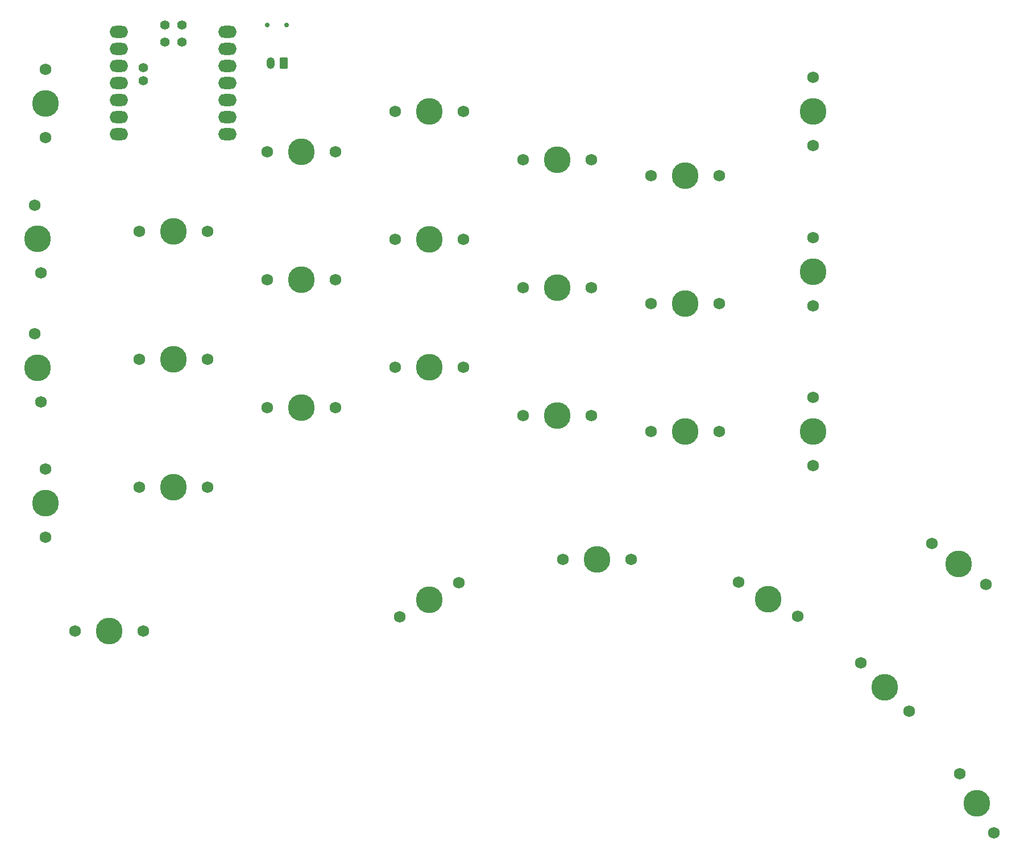
<source format=gts>
G04 #@! TF.GenerationSoftware,KiCad,Pcbnew,7.0.2*
G04 #@! TF.CreationDate,2023-05-17T12:31:55+02:00*
G04 #@! TF.ProjectId,mykeeb_v7a2_left,6d796b65-6562-45f7-9637-61325f6c6566,rev?*
G04 #@! TF.SameCoordinates,Original*
G04 #@! TF.FileFunction,Soldermask,Top*
G04 #@! TF.FilePolarity,Negative*
%FSLAX46Y46*%
G04 Gerber Fmt 4.6, Leading zero omitted, Abs format (unit mm)*
G04 Created by KiCad (PCBNEW 7.0.2) date 2023-05-17 12:31:55*
%MOMM*%
%LPD*%
G01*
G04 APERTURE LIST*
G04 Aperture macros list*
%AMRoundRect*
0 Rectangle with rounded corners*
0 $1 Rounding radius*
0 $2 $3 $4 $5 $6 $7 $8 $9 X,Y pos of 4 corners*
0 Add a 4 corners polygon primitive as box body*
4,1,4,$2,$3,$4,$5,$6,$7,$8,$9,$2,$3,0*
0 Add four circle primitives for the rounded corners*
1,1,$1+$1,$2,$3*
1,1,$1+$1,$4,$5*
1,1,$1+$1,$6,$7*
1,1,$1+$1,$8,$9*
0 Add four rect primitives between the rounded corners*
20,1,$1+$1,$2,$3,$4,$5,0*
20,1,$1+$1,$4,$5,$6,$7,0*
20,1,$1+$1,$6,$7,$8,$9,0*
20,1,$1+$1,$8,$9,$2,$3,0*%
G04 Aperture macros list end*
%ADD10O,2.750000X1.800000*%
%ADD11C,1.397000*%
%ADD12C,1.750000*%
%ADD13C,3.987800*%
%ADD14C,0.700000*%
%ADD15RoundRect,0.250000X0.350000X0.625000X-0.350000X0.625000X-0.350000X-0.625000X0.350000X-0.625000X0*%
%ADD16O,1.200000X1.750000*%
G04 APERTURE END LIST*
D10*
X68105064Y-152400120D03*
X68105064Y-154940120D03*
X68105064Y-157480120D03*
X68105064Y-160020120D03*
X68105064Y-162560120D03*
X68105064Y-165100120D03*
X68105064Y-167640120D03*
X84295064Y-167640120D03*
X84295064Y-165100120D03*
X84295064Y-162560120D03*
X84295064Y-160020120D03*
X84295064Y-157480120D03*
X84295064Y-154940120D03*
X84295064Y-152400120D03*
D11*
X74930064Y-151448120D03*
X77470064Y-151448120D03*
X74930064Y-153988120D03*
X77470064Y-153988120D03*
X71755064Y-159703120D03*
X71755064Y-157798120D03*
D12*
X109220096Y-202406404D03*
D13*
X114300096Y-202406404D03*
D12*
X119380096Y-202406404D03*
X109220096Y-183356404D03*
D13*
X114300096Y-183356404D03*
D12*
X119380096Y-183356404D03*
X171450096Y-169386404D03*
D13*
X171450096Y-164306404D03*
D12*
X171450096Y-159226404D03*
X81280096Y-182165804D03*
D13*
X76200096Y-182165804D03*
D12*
X71120096Y-182165804D03*
X157480096Y-173831404D03*
D13*
X152400096Y-173831404D03*
D12*
X147320096Y-173831404D03*
X128270096Y-190500204D03*
D13*
X133350096Y-190500204D03*
D12*
X138430096Y-190500204D03*
X171450096Y-193198904D03*
D13*
X171450096Y-188118904D03*
D12*
X171450096Y-183038904D03*
X57150096Y-158035804D03*
D13*
X57150096Y-163115804D03*
D12*
X57150096Y-168195804D03*
X171450196Y-217011504D03*
D13*
X171450196Y-211931504D03*
D12*
X171450196Y-206851504D03*
X71120096Y-201215804D03*
D13*
X76200096Y-201215804D03*
D12*
X81280096Y-201215804D03*
X57150096Y-217567004D03*
D13*
X57150096Y-222647004D03*
D12*
X57150096Y-227727004D03*
X128270096Y-209550204D03*
D13*
X133350096Y-209550204D03*
D12*
X138430096Y-209550204D03*
X61595096Y-241697104D03*
D13*
X66675096Y-241697104D03*
D12*
X71755096Y-241697104D03*
X119380096Y-164306404D03*
D13*
X114300096Y-164306404D03*
D12*
X109220096Y-164306404D03*
X134223296Y-230981504D03*
D13*
X139303296Y-230981504D03*
D12*
X144383296Y-230981504D03*
X147320096Y-211931404D03*
D13*
X152400096Y-211931404D03*
D12*
X157480096Y-211931404D03*
X109900787Y-239545704D03*
D13*
X114300196Y-237005704D03*
D12*
X118699605Y-234465704D03*
X197244464Y-234721324D03*
D13*
X193187396Y-231664104D03*
D12*
X189130328Y-228606884D03*
X160406787Y-234423504D03*
D13*
X164806196Y-236963504D03*
D12*
X169205605Y-239503504D03*
X193318096Y-262896195D03*
D13*
X195858096Y-267295604D03*
D12*
X198398096Y-271695013D03*
X90170096Y-208359504D03*
D13*
X95250096Y-208359504D03*
D12*
X100330096Y-208359504D03*
X100330096Y-170259504D03*
D13*
X95250096Y-170259504D03*
D12*
X90170096Y-170259504D03*
X90170096Y-189309504D03*
D13*
X95250096Y-189309504D03*
D12*
X100330096Y-189309504D03*
X138430096Y-171450204D03*
D13*
X133350096Y-171450204D03*
D12*
X128270096Y-171450204D03*
X55581245Y-197407635D03*
D13*
X56023996Y-202468304D03*
D12*
X56466747Y-207528973D03*
X147320096Y-192881404D03*
D13*
X152400096Y-192881404D03*
D12*
X157480096Y-192881404D03*
X71120096Y-220265804D03*
D13*
X76200096Y-220265804D03*
D12*
X81280096Y-220265804D03*
X55581245Y-178224835D03*
D13*
X56023996Y-183285504D03*
D12*
X56466747Y-188346173D03*
X178573694Y-246439302D03*
D13*
X182165796Y-250031404D03*
D12*
X185757898Y-253623506D03*
D14*
X93103202Y-151368876D03*
X90203202Y-151368876D03*
D15*
X92678202Y-157093884D03*
D16*
X90678202Y-157093884D03*
M02*

</source>
